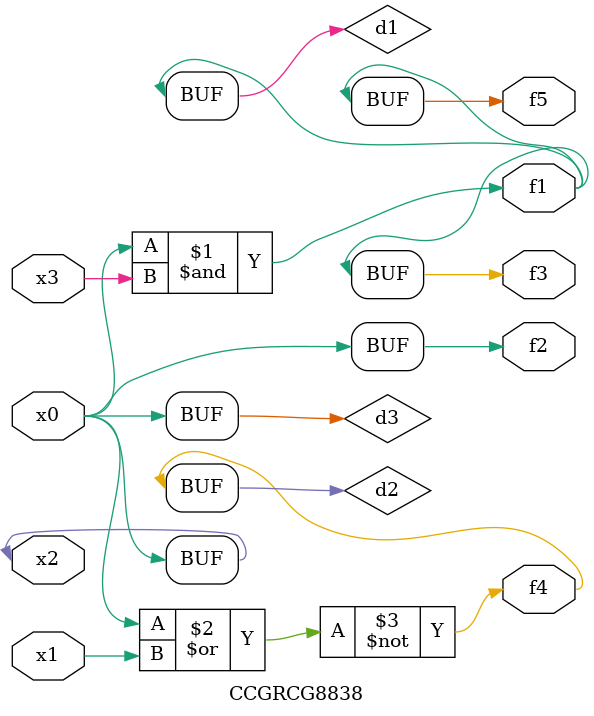
<source format=v>
module CCGRCG8838(
	input x0, x1, x2, x3,
	output f1, f2, f3, f4, f5
);

	wire d1, d2, d3;

	and (d1, x2, x3);
	nor (d2, x0, x1);
	buf (d3, x0, x2);
	assign f1 = d1;
	assign f2 = d3;
	assign f3 = d1;
	assign f4 = d2;
	assign f5 = d1;
endmodule

</source>
